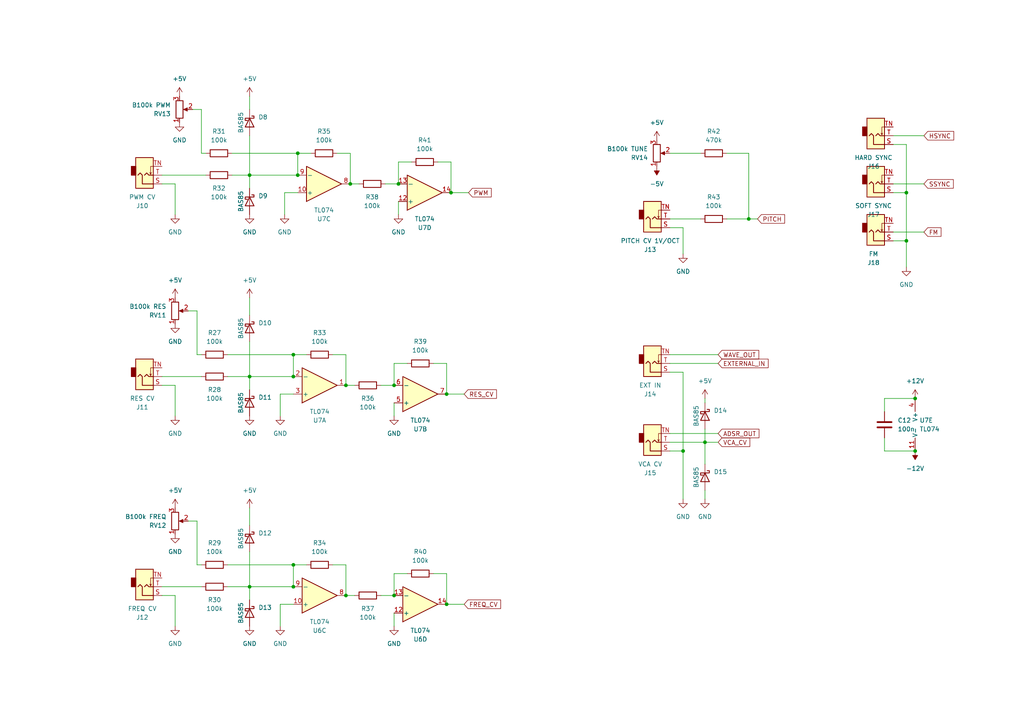
<source format=kicad_sch>
(kicad_sch (version 20211123) (generator eeschema)
  (paper "A4")
  (title_block (title "Polykit X1 Monosynth") (date "2022-09-05") (rev "v0.0.2") (company "Jan Knipper") (comment 1 "github.com/polykit"))
  (lib_symbols
    (symbol "Amplifier_Operational:TL074" (pin_names (offset 0.127))
      (property "Reference" "U" (at 0 5.08 0))
      (property "Value" "TL074" (at 0 -5.08 0))
      (symbol "TL074_1_1"
        (polyline (pts (xy -5.08 5.08) (xy 5.08 0) (xy -5.08 -5.08) (xy -5.08 5.08)) (stroke (width 0.254)) (fill (type background)))
        (pin output line (at 7.62 0 180) (length 2.54) (name "~") (number "1"))
        (pin input line (at -7.62 -2.54 0) (length 2.54) (name "-") (number "2"))
        (pin input line (at -7.62 2.54 0) (length 2.54) (name "+") (number "3"))
      )
      (symbol "TL074_2_1"
        (polyline (pts (xy -5.08 5.08) (xy 5.08 0) (xy -5.08 -5.08) (xy -5.08 5.08)) (stroke (width 0.254)) (fill (type background)))
        (pin input line (at -7.62 2.54 0) (length 2.54) (name "+") (number "5"))
        (pin input line (at -7.62 -2.54 0) (length 2.54) (name "-") (number "6"))
        (pin output line (at 7.62 0 180) (length 2.54) (name "~") (number "7"))
      )
      (symbol "TL074_3_1"
        (polyline (pts (xy -5.08 5.08) (xy 5.08 0) (xy -5.08 -5.08) (xy -5.08 5.08)) (stroke (width 0.254)) (fill (type background)))
        (pin input line (at -7.62 2.54 0) (length 2.54) (name "+") (number "10"))
        (pin output line (at 7.62 0 180) (length 2.54) (name "~") (number "8"))
        (pin input line (at -7.62 -2.54 0) (length 2.54) (name "-") (number "9"))
      )
      (symbol "TL074_4_1"
        (polyline (pts (xy -5.08 5.08) (xy 5.08 0) (xy -5.08 -5.08) (xy -5.08 5.08)) (stroke (width 0.254)) (fill (type background)))
        (pin input line (at -7.62 2.54 0) (length 2.54) (name "+") (number "12"))
        (pin input line (at -7.62 -2.54 0) (length 2.54) (name "-") (number "13"))
        (pin output line (at 7.62 0 180) (length 2.54) (name "~") (number "14"))
      )
      (symbol "TL074_5_1"
        (pin power_in line (at -2.54 -7.62 90) (length 3.81) (name "V-") (number "11"))
        (pin power_in line (at -2.54 7.62 270) (length 3.81) (name "V+") (number "4"))
      )
    )
    (symbol "Connector:AudioJack2_SwitchT"
      (property "Reference" "J" (at 0 8.89 0))
      (property "Value" "AudioJack2_SwitchT" (at 0 6.35 0))
      (symbol "AudioJack2_SwitchT_0_1"
        (rectangle (start -2.54 0) (end -3.81 -2.54) (stroke (width 0.254)) (fill (type outline)))
        (polyline (pts (xy 1.778 -0.254) (xy 2.032 -0.762)))
        (polyline (pts (xy 0 0) (xy 0.635 -0.635) (xy 1.27 0) (xy 2.54 0)) (stroke (width 0.254)))
        (polyline (pts (xy 2.54 -2.54) (xy 1.778 -2.54) (xy 1.778 -0.254) (xy 1.524 -0.762)))
        (polyline (pts (xy 2.54 2.54) (xy -0.635 2.54) (xy -0.635 0) (xy -1.27 -0.635) (xy -1.905 0)) (stroke (width 0.254)))
        (rectangle (start 2.54 3.81) (end -2.54 -5.08) (stroke (width 0.254)) (fill (type background)))
      )
      (symbol "AudioJack2_SwitchT_1_1"
        (pin passive line (at 5.08 2.54 180) (length 2.54) (name "~") (number "S"))
        (pin passive line (at 5.08 0 180) (length 2.54) (name "~") (number "T"))
        (pin passive line (at 5.08 -2.54 180) (length 2.54) (name "~") (number "TN"))
      )
    )
    (symbol "Device:C" (pin_numbers hide) (pin_names (offset 0.254))
      (property "Reference" "C" (at 0.635 2.54 0))
      (property "Value" "C" (at 0.635 -2.54 0))
      (symbol "C_0_1"
        (polyline (pts (xy -2.032 -0.762) (xy 2.032 -0.762)) (stroke (width 0.508)))
        (polyline (pts (xy -2.032 0.762) (xy 2.032 0.762)) (stroke (width 0.508)))
      )
      (symbol "C_1_1"
        (pin passive line (at 0 3.81 270) (length 2.794) (name "~") (number "1"))
        (pin passive line (at 0 -3.81 90) (length 2.794) (name "~") (number "2"))
      )
    )
    (symbol "Device:D_Schottky" (pin_numbers hide) (pin_names (offset 1.016) hide)
      (property "Reference" "D" (at 0 2.54 0))
      (property "Value" "D_Schottky" (at 0 -2.54 0))
      (symbol "D_Schottky_0_1"
        (polyline (pts (xy 1.27 0) (xy -1.27 0)))
        (polyline (pts (xy 1.27 1.27) (xy 1.27 -1.27) (xy -1.27 0) (xy 1.27 1.27)) (stroke (width 0.254)))
        (polyline (pts (xy -1.905 0.635) (xy -1.905 1.27) (xy -1.27 1.27) (xy -1.27 -1.27) (xy -0.635 -1.27) (xy -0.635 -0.635)) (stroke (width 0.254)))
      )
      (symbol "D_Schottky_1_1"
        (pin passive line (at -3.81 0 0) (length 2.54) (name "K") (number "1"))
        (pin passive line (at 3.81 0 180) (length 2.54) (name "A") (number "2"))
      )
    )
    (symbol "Device:R" (pin_numbers hide) (pin_names (offset 0))
      (property "Reference" "R" (at 2.032 0 90))
      (property "Value" "R" (at 0 0 90))
      (symbol "R_0_1"
        (rectangle (start -1.016 -2.54) (end 1.016 2.54) (stroke (width 0.254)))
      )
      (symbol "R_1_1"
        (pin passive line (at 0 3.81 270) (length 1.27) (name "~") (number "1"))
        (pin passive line (at 0 -3.81 90) (length 1.27) (name "~") (number "2"))
      )
    )
    (symbol "lfo-rescue:R_POT-Device" (pin_names (offset 1.016) hide)
      (property "Reference" "RV" (at -4.445 0 90))
      (property "Value" "R_POT-Device" (at -2.54 0 90))
      (symbol "R_POT-Device_0_1"
        (polyline (pts (xy 2.54 0) (xy 1.524 0)))
        (polyline (pts (xy 1.143 0) (xy 2.286 0.508) (xy 2.286 -0.508) (xy 1.143 0)) (fill (type outline)))
        (rectangle (start 1.016 2.54) (end -1.016 -2.54) (stroke (width 0.254)))
      )
      (symbol "R_POT-Device_1_1"
        (pin passive line (at 0 3.81 270) (length 1.27) (name "1") (number "1"))
        (pin passive line (at 3.81 0 180) (length 1.27) (name "2") (number "2"))
        (pin passive line (at 0 -3.81 90) (length 1.27) (name "3") (number "3"))
      )
    )
    (symbol "power:+12V" (power) (pin_names (offset 0))
      (property "Value" "+12V" (at 0 3.556 0))
      (symbol "+12V_0_1"
        (polyline (pts (xy -0.762 1.27) (xy 0 2.54)))
        (polyline (pts (xy 0 0) (xy 0 2.54)))
        (polyline (pts (xy 0 2.54) (xy 0.762 1.27)))
      )
      (symbol "+12V_1_1"
        (pin power_in line (at 0 0 90) (length 0) hide (name "+12V") (number "1"))
      )
    )
    (symbol "power:+5V" (power) (pin_names (offset 0))
      (property "Value" "+5V" (at 0 3.556 0))
      (symbol "+5V_0_1"
        (polyline (pts (xy -0.762 1.27) (xy 0 2.54)))
        (polyline (pts (xy 0 0) (xy 0 2.54)))
        (polyline (pts (xy 0 2.54) (xy 0.762 1.27)))
      )
      (symbol "+5V_1_1"
        (pin power_in line (at 0 0 90) (length 0) hide (name "+5V") (number "1"))
      )
    )
    (symbol "power:-12V" (power) (pin_names (offset 0))
      (property "Value" "-12V" (at 0 3.81 0))
      (symbol "-12V_0_0"
        (pin power_in line (at 0 0 90) (length 0) hide (name "-12V") (number "1"))
      )
      (symbol "-12V_0_1"
        (polyline (pts (xy 0 0) (xy 0 1.27) (xy 0.762 1.27) (xy 0 2.54) (xy -0.762 1.27) (xy 0 1.27)) (fill (type outline)))
      )
    )
    (symbol "power:-5V" (power) (pin_names (offset 0))
      (property "Value" "-5V" (at 0 3.81 0))
      (symbol "-5V_0_0"
        (pin power_in line (at 0 0 90) (length 0) hide (name "-5V") (number "1"))
      )
      (symbol "-5V_0_1"
        (polyline (pts (xy 0 0) (xy 0 1.27) (xy 0.762 1.27) (xy 0 2.54) (xy -0.762 1.27) (xy 0 1.27)) (fill (type outline)))
      )
    )
    (symbol "power:GND" (power) (pin_names (offset 0))
      (property "Value" "GND" (at 0 -3.81 0))
      (symbol "GND_0_1"
        (polyline (pts (xy 0 0) (xy 0 -1.27) (xy 1.27 -1.27) (xy 0 -2.54) (xy -1.27 -1.27) (xy 0 -1.27)))
      )
      (symbol "GND_1_1"
        (pin power_in line (at 0 0 270) (length 0) hide (name "GND") (number "1"))
      )
    )
  )
  (junction (at 72.39 109.22))
  (junction (at 204.47 128.27))
  (junction (at 85.09 109.22))
  (junction (at 217.17 63.5))
  (junction (at 129.54 114.3))
  (junction (at 85.09 102.87))
  (junction (at 86.36 44.45))
  (junction (at 265.43 130.81))
  (junction (at 115.57 53.34))
  (junction (at 86.36 50.8))
  (junction (at 265.43 115.57))
  (junction (at 262.89 55.88))
  (junction (at 100.33 172.72))
  (junction (at 130.81 55.88))
  (junction (at 262.89 69.85))
  (junction (at 85.09 163.83))
  (junction (at 114.3 172.72))
  (junction (at 198.12 130.81))
  (junction (at 101.6 53.34))
  (junction (at 129.54 175.26))
  (junction (at 114.3 111.76))
  (junction (at 85.09 170.18))
  (junction (at 72.39 170.18))
  (junction (at 100.33 111.76))
  (junction (at 72.39 50.8))
  (wire (pts (xy 115.57 46.99) (xy 115.57 53.34)))
  (wire (pts (xy 72.39 160.02) (xy 72.39 170.18)))
  (wire (pts (xy 46.99 53.34) (xy 50.8 53.34)))
  (wire (pts (xy 256.54 130.81) (xy 265.43 130.81)))
  (wire (pts (xy 115.57 58.42) (xy 115.57 62.23)))
  (wire (pts (xy 100.33 102.87) (xy 100.33 111.76)))
  (wire (pts (xy 85.09 102.87) (xy 85.09 109.22)))
  (wire (pts (xy 72.39 91.44) (xy 72.39 86.36)))
  (wire (pts (xy 72.39 54.61) (xy 72.39 50.8)))
  (wire (pts (xy 55.88 31.75) (xy 58.42 31.75)))
  (wire (pts (xy 208.28 125.73) (xy 194.31 125.73)))
  (wire (pts (xy 82.55 55.88) (xy 86.36 55.88)))
  (wire (pts (xy 265.43 115.57) (xy 256.54 115.57)))
  (wire (pts (xy 256.54 115.57) (xy 256.54 119.38)))
  (wire (pts (xy 110.49 111.76) (xy 114.3 111.76)))
  (wire (pts (xy 81.28 114.3) (xy 85.09 114.3)))
  (wire (pts (xy 72.39 170.18) (xy 85.09 170.18)))
  (wire (pts (xy 86.36 44.45) (xy 86.36 50.8)))
  (wire (pts (xy 118.11 166.37) (xy 114.3 166.37)))
  (wire (pts (xy 134.62 114.3) (xy 129.54 114.3)))
  (wire (pts (xy 46.99 50.8) (xy 59.69 50.8)))
  (wire (pts (xy 204.47 116.84) (xy 204.47 115.57)))
  (wire (pts (xy 101.6 44.45) (xy 101.6 53.34)))
  (wire (pts (xy 67.31 44.45) (xy 86.36 44.45)))
  (wire (pts (xy 129.54 166.37) (xy 129.54 175.26)))
  (wire (pts (xy 125.73 166.37) (xy 129.54 166.37)))
  (wire (pts (xy 194.31 63.5) (xy 203.2 63.5)))
  (wire (pts (xy 88.9 102.87) (xy 85.09 102.87)))
  (wire (pts (xy 57.15 163.83) (xy 58.42 163.83)))
  (wire (pts (xy 72.39 152.4) (xy 72.39 147.32)))
  (wire (pts (xy 72.39 50.8) (xy 86.36 50.8)))
  (wire (pts (xy 46.99 170.18) (xy 58.42 170.18)))
  (wire (pts (xy 101.6 53.34) (xy 104.14 53.34)))
  (wire (pts (xy 57.15 151.13) (xy 57.15 163.83)))
  (wire (pts (xy 125.73 105.41) (xy 129.54 105.41)))
  (wire (pts (xy 259.08 53.34) (xy 267.97 53.34)))
  (wire (pts (xy 50.8 111.76) (xy 50.8 120.65)))
  (wire (pts (xy 58.42 44.45) (xy 59.69 44.45)))
  (wire (pts (xy 127 46.99) (xy 130.81 46.99)))
  (wire (pts (xy 262.89 69.85) (xy 262.89 77.47)))
  (wire (pts (xy 194.31 107.95) (xy 198.12 107.95)))
  (wire (pts (xy 130.81 46.99) (xy 130.81 55.88)))
  (wire (pts (xy 118.11 105.41) (xy 114.3 105.41)))
  (wire (pts (xy 114.3 166.37) (xy 114.3 172.72)))
  (wire (pts (xy 72.39 113.03) (xy 72.39 109.22)))
  (wire (pts (xy 82.55 55.88) (xy 82.55 62.23)))
  (wire (pts (xy 114.3 177.8) (xy 114.3 181.61)))
  (wire (pts (xy 72.39 31.75) (xy 72.39 27.94)))
  (wire (pts (xy 198.12 107.95) (xy 198.12 130.81)))
  (wire (pts (xy 259.08 69.85) (xy 262.89 69.85)))
  (wire (pts (xy 50.8 53.34) (xy 50.8 62.23)))
  (wire (pts (xy 194.31 128.27) (xy 204.47 128.27)))
  (wire (pts (xy 58.42 31.75) (xy 58.42 44.45)))
  (wire (pts (xy 259.08 41.91) (xy 262.89 41.91)))
  (wire (pts (xy 54.61 90.17) (xy 57.15 90.17)))
  (wire (pts (xy 194.31 66.04) (xy 198.12 66.04)))
  (wire (pts (xy 54.61 151.13) (xy 57.15 151.13)))
  (wire (pts (xy 57.15 102.87) (xy 58.42 102.87)))
  (wire (pts (xy 194.31 44.45) (xy 203.2 44.45)))
  (wire (pts (xy 96.52 102.87) (xy 100.33 102.87)))
  (wire (pts (xy 114.3 105.41) (xy 114.3 111.76)))
  (wire (pts (xy 81.28 175.26) (xy 81.28 181.61)))
  (wire (pts (xy 119.38 46.99) (xy 115.57 46.99)))
  (wire (pts (xy 198.12 66.04) (xy 198.12 73.66)))
  (wire (pts (xy 129.54 105.41) (xy 129.54 114.3)))
  (wire (pts (xy 66.04 163.83) (xy 85.09 163.83)))
  (wire (pts (xy 100.33 172.72) (xy 102.87 172.72)))
  (wire (pts (xy 46.99 109.22) (xy 58.42 109.22)))
  (wire (pts (xy 97.79 44.45) (xy 101.6 44.45)))
  (wire (pts (xy 134.62 175.26) (xy 129.54 175.26)))
  (wire (pts (xy 50.8 172.72) (xy 50.8 181.61)))
  (wire (pts (xy 66.04 102.87) (xy 85.09 102.87)))
  (wire (pts (xy 72.39 39.37) (xy 72.39 50.8)))
  (wire (pts (xy 72.39 173.99) (xy 72.39 170.18)))
  (wire (pts (xy 46.99 172.72) (xy 50.8 172.72)))
  (wire (pts (xy 194.31 130.81) (xy 198.12 130.81)))
  (wire (pts (xy 204.47 128.27) (xy 204.47 134.62)))
  (wire (pts (xy 262.89 55.88) (xy 262.89 69.85)))
  (wire (pts (xy 262.89 41.91) (xy 262.89 55.88)))
  (wire (pts (xy 66.04 109.22) (xy 72.39 109.22)))
  (wire (pts (xy 85.09 163.83) (xy 85.09 170.18)))
  (wire (pts (xy 259.08 67.31) (xy 267.97 67.31)))
  (wire (pts (xy 208.28 128.27) (xy 204.47 128.27)))
  (wire (pts (xy 66.04 170.18) (xy 72.39 170.18)))
  (wire (pts (xy 208.28 102.87) (xy 194.31 102.87)))
  (wire (pts (xy 88.9 163.83) (xy 85.09 163.83)))
  (wire (pts (xy 210.82 63.5) (xy 217.17 63.5)))
  (wire (pts (xy 81.28 114.3) (xy 81.28 120.65)))
  (wire (pts (xy 256.54 127) (xy 256.54 130.81)))
  (wire (pts (xy 72.39 109.22) (xy 85.09 109.22)))
  (wire (pts (xy 46.99 111.76) (xy 50.8 111.76)))
  (wire (pts (xy 111.76 53.34) (xy 115.57 53.34)))
  (wire (pts (xy 204.47 124.46) (xy 204.47 128.27)))
  (wire (pts (xy 259.08 39.37) (xy 267.97 39.37)))
  (wire (pts (xy 96.52 163.83) (xy 100.33 163.83)))
  (wire (pts (xy 57.15 90.17) (xy 57.15 102.87)))
  (wire (pts (xy 217.17 44.45) (xy 217.17 63.5)))
  (wire (pts (xy 217.17 63.5) (xy 219.71 63.5)))
  (wire (pts (xy 110.49 172.72) (xy 114.3 172.72)))
  (wire (pts (xy 72.39 99.06) (xy 72.39 109.22)))
  (wire (pts (xy 81.28 175.26) (xy 85.09 175.26)))
  (wire (pts (xy 100.33 111.76) (xy 102.87 111.76)))
  (wire (pts (xy 90.17 44.45) (xy 86.36 44.45)))
  (wire (pts (xy 135.89 55.88) (xy 130.81 55.88)))
  (wire (pts (xy 198.12 130.81) (xy 198.12 144.78)))
  (wire (pts (xy 210.82 44.45) (xy 217.17 44.45)))
  (wire (pts (xy 67.31 50.8) (xy 72.39 50.8)))
  (wire (pts (xy 194.31 105.41) (xy 208.28 105.41)))
  (wire (pts (xy 100.33 163.83) (xy 100.33 172.72)))
  (wire (pts (xy 204.47 144.78) (xy 204.47 142.24)))
  (wire (pts (xy 114.3 116.84) (xy 114.3 120.65)))
  (wire (pts (xy 259.08 55.88) (xy 262.89 55.88)))
  (global_label "FM" (shape input) (at 267.97 67.31 0) (property "Intersheet References" "${INTERSHEET_REFS}" (effects hide)))
  (global_label "ADSR_OUT" (shape input) (at 208.28 125.73 0) (property "Intersheet References" "${INTERSHEET_REFS}" (effects hide)))
  (global_label "PITCH" (shape input) (at 219.71 63.5 0) (property "Intersheet References" "${INTERSHEET_REFS}" (effects hide)))
  (global_label "FREQ_CV" (shape input) (at 134.62 175.26 0) (property "Intersheet References" "${INTERSHEET_REFS}" (effects hide)))
  (global_label "PWM" (shape input) (at 135.89 55.88 0) (property "Intersheet References" "${INTERSHEET_REFS}" (effects hide)))
  (global_label "WAVE_OUT" (shape input) (at 208.28 102.87 0) (property "Intersheet References" "${INTERSHEET_REFS}" (effects hide)))
  (global_label "RES_CV" (shape input) (at 134.62 114.3 0) (property "Intersheet References" "${INTERSHEET_REFS}" (effects hide)))
  (global_label "HSYNC" (shape input) (at 267.97 39.37 0) (property "Intersheet References" "${INTERSHEET_REFS}" (effects hide)))
  (global_label "SSYNC" (shape input) (at 267.97 53.34 0) (property "Intersheet References" "${INTERSHEET_REFS}" (effects hide)))
  (global_label "EXTERNAL_IN" (shape input) (at 208.28 105.41 0) (property "Intersheet References" "${INTERSHEET_REFS}" (effects hide)))
  (global_label "VCA_CV" (shape input) (at 208.28 128.27 0) (property "Intersheet References" "${INTERSHEET_REFS}" (effects hide)))
  (symbol (lib_id "Device:R") (at 207.01 44.45 90) (unit 1)
    (property "Reference" "R42" (at 207.01 38.1 90))
    (property "Value" "470k" (at 207.01 40.64 90))
    (property "Footprint" "Resistor_SMD:R_1206_3216Metric_Pad1.30x1.75mm_HandSolder" (effects hide))
    (property "LCSC" "C25663" (effects hide))
  )
  (symbol (lib_id "power:-12V") (at 265.43 130.81 180) (unit 1)
    (property "Reference" "#PWR083" (effects hide))
    (property "Value" "-12V" (at 265.43 135.89 0))
  )
  (symbol (lib_id "power:GND") (at 114.3 181.61 0) (unit 1)
    (property "Reference" "#PWR073" (effects hide))
    (property "Value" "GND" (at 114.3 186.69 0))
  )
  (symbol (lib_id "Amplifier_Operational:TL074") (at 92.71 172.72 0) (mirror x) (unit 3)
    (property "Reference" "U6" (at 92.71 182.88 0))
    (property "Value" "TL074" (at 92.71 180.34 0))
    (property "Footprint" "Package_SO:SO-14_3.9x8.65mm_P1.27mm" (effects hide))
    (property "Datasheet" "http://www.ti.com/lit/ds/symlink/tl071.pdf" (effects hide))
    (property "LCSC" "C6963" (effects hide))
  )
  (symbol (lib_id "power:+5V") (at 52.07 27.94 0) (unit 1)
    (property "Reference" "#PWR061" (effects hide))
    (property "Value" "+5V" (at 52.07 22.86 0))
  )
  (symbol (lib_id "Connector:AudioJack2_SwitchT") (at 41.91 109.22 0) (mirror x) (unit 1)
    (property "Reference" "J11" (at 41.275 118.11 0))
    (property "Value" "RES CV" (at 41.275 115.57 0))
    (property "Footprint" "Connector_Audio:Jack_3.5mm_QingPu_WQP-PJ398SM_Vertical_CircularHoles" (effects hide))
  )
  (symbol (lib_id "Device:R") (at 207.01 63.5 90) (unit 1)
    (property "Reference" "R43" (at 207.01 57.15 90))
    (property "Value" "100k" (at 207.01 59.69 90))
    (property "Footprint" "Resistor_SMD:R_1206_3216Metric_Pad1.30x1.75mm_HandSolder" (effects hide))
    (property "LCSC" "C17900" (effects hide))
  )
  (symbol (lib_id "Device:D_Schottky") (at 204.47 120.65 270) (unit 1)
    (property "Reference" "D14" (at 207.01 119.0624 90) (effects (justify left)))
    (property "Value" "BAS85" (at 201.93 120.65 0))
    (property "Footprint" "Diode_SMD:D_MiniMELF" (effects hide))
    (property "LCSC" "C46677" (effects hide))
  )
  (symbol (lib_id "power:+5V") (at 204.47 115.57 0) (unit 1)
    (property "Reference" "#PWR079" (effects hide))
    (property "Value" "+5V" (at 204.47 110.49 0))
  )
  (symbol (lib_id "Connector:AudioJack2_SwitchT") (at 41.91 170.18 0) (mirror x) (unit 1)
    (property "Reference" "J12" (at 41.275 179.07 0))
    (property "Value" "FREQ CV" (at 41.275 176.53 0))
    (property "Footprint" "Connector_Audio:Jack_3.5mm_QingPu_WQP-PJ398SM_Vertical_CircularHoles" (effects hide))
  )
  (symbol (lib_id "Device:D_Schottky") (at 72.39 116.84 270) (unit 1)
    (property "Reference" "D11" (at 74.93 115.2524 90) (effects (justify left)))
    (property "Value" "BAS85" (at 69.85 116.84 0))
    (property "Footprint" "Diode_SMD:D_MiniMELF" (effects hide))
    (property "LCSC" "C46677" (effects hide))
  )
  (symbol (lib_id "Device:R") (at 121.92 166.37 90) (unit 1)
    (property "Reference" "R40" (at 121.92 160.02 90))
    (property "Value" "100k" (at 121.92 162.56 90))
    (property "Footprint" "Resistor_SMD:R_1206_3216Metric_Pad1.30x1.75mm_HandSolder" (effects hide))
    (property "LCSC" "C17900" (effects hide))
  )
  (symbol (lib_id "Amplifier_Operational:TL074") (at 123.19 55.88 0) (mirror x) (unit 4)
    (property "Reference" "U7" (at 123.19 66.04 0))
    (property "Value" "TL074" (at 123.19 63.5 0))
    (property "Footprint" "Package_SO:SO-14_3.9x8.65mm_P1.27mm" (effects hide))
    (property "Datasheet" "http://www.ti.com/lit/ds/symlink/tl071.pdf" (effects hide))
    (property "LCSC" "C6963" (effects hide))
  )
  (symbol (lib_id "power:GND") (at 50.8 93.98 0) (unit 1)
    (property "Reference" "#PWR056" (effects hide))
    (property "Value" "GND" (at 50.8 99.06 0))
  )
  (symbol (lib_id "Amplifier_Operational:TL074") (at 121.92 114.3 0) (mirror x) (unit 2)
    (property "Reference" "U7" (at 121.92 124.46 0))
    (property "Value" "TL074" (at 121.92 121.92 0))
    (property "Footprint" "Package_SO:SO-14_3.9x8.65mm_P1.27mm" (effects hide))
    (property "Datasheet" "http://www.ti.com/lit/ds/symlink/tl071.pdf" (effects hide))
    (property "LCSC" "C6963" (effects hide))
  )
  (symbol (lib_id "Connector:AudioJack2_SwitchT") (at 254 39.37 0) (mirror x) (unit 1)
    (property "Reference" "J16" (at 253.365 48.26 0))
    (property "Value" "HARD SYNC" (at 253.365 45.72 0))
    (property "Footprint" "Connector_Audio:Jack_3.5mm_QingPu_WQP-PJ398SM_Vertical_CircularHoles" (effects hide))
  )
  (symbol (lib_id "Device:R") (at 107.95 53.34 90) (unit 1)
    (property "Reference" "R38" (at 107.95 57.15 90))
    (property "Value" "100k" (at 107.95 59.69 90))
    (property "Footprint" "Resistor_SMD:R_1206_3216Metric_Pad1.30x1.75mm_HandSolder" (effects hide))
    (property "LCSC" "C17900" (effects hide))
  )
  (symbol (lib_id "power:GND") (at 198.12 73.66 0) (unit 1)
    (property "Reference" "#PWR077" (effects hide))
    (property "Value" "GND" (at 198.12 78.74 0))
  )
  (symbol (lib_id "power:+5V") (at 72.39 147.32 0) (unit 1)
    (property "Reference" "#PWR067" (effects hide))
    (property "Value" "+5V" (at 72.39 142.24 0))
  )
  (symbol (lib_id "lfo-rescue:R_POT-Device") (at 52.07 31.75 0) (mirror x) (unit 1)
    (property "Reference" "RV13" (at 49.53 33.0201 0) (effects (justify right)))
    (property "Value" "B100k PWM" (at 49.53 30.4801 0) (effects (justify right)))
    (property "Footprint" "Potentiometer_THT:Potentiometer_Alpha_RD901F-40-00D_Single_Vertical_CircularHoles" (effects hide))
  )
  (symbol (lib_id "Device:R") (at 93.98 44.45 90) (unit 1)
    (property "Reference" "R35" (at 93.98 38.1 90))
    (property "Value" "100k" (at 93.98 40.64 90))
    (property "Footprint" "Resistor_SMD:R_1206_3216Metric_Pad1.30x1.75mm_HandSolder" (effects hide))
    (property "LCSC" "C17900" (effects hide))
  )
  (symbol (lib_id "power:-5V") (at 190.5 48.26 180) (unit 1)
    (property "Reference" "#PWR076" (effects hide))
    (property "Value" "-5V" (at 190.5 53.34 0))
  )
  (symbol (lib_id "Device:R") (at 62.23 102.87 90) (unit 1)
    (property "Reference" "R27" (at 62.23 96.52 90))
    (property "Value" "100k" (at 62.23 99.06 90))
    (property "Footprint" "Resistor_SMD:R_1206_3216Metric_Pad1.30x1.75mm_HandSolder" (effects hide))
    (property "LCSC" "C17900" (effects hide))
  )
  (symbol (lib_id "Connector:AudioJack2_SwitchT") (at 254 53.34 0) (mirror x) (unit 1)
    (property "Reference" "J17" (at 253.365 62.23 0))
    (property "Value" "SOFT SYNC" (at 253.365 59.69 0))
    (property "Footprint" "Connector_Audio:Jack_3.5mm_QingPu_WQP-PJ398SM_Vertical_CircularHoles" (effects hide))
  )
  (symbol (lib_id "Device:D_Schottky") (at 72.39 35.56 270) (unit 1)
    (property "Reference" "D8" (at 74.93 33.9724 90) (effects (justify left)))
    (property "Value" "BAS85" (at 69.85 35.56 0))
    (property "Footprint" "Diode_SMD:D_MiniMELF" (effects hide))
    (property "LCSC" "C46677" (effects hide))
  )
  (symbol (lib_id "Device:R") (at 121.92 105.41 90) (unit 1)
    (property "Reference" "R39" (at 121.92 99.06 90))
    (property "Value" "100k" (at 121.92 101.6 90))
    (property "Footprint" "Resistor_SMD:R_1206_3216Metric_Pad1.30x1.75mm_HandSolder" (effects hide))
    (property "LCSC" "C17900" (effects hide))
  )
  (symbol (lib_id "Device:D_Schottky") (at 72.39 177.8 270) (unit 1)
    (property "Reference" "D13" (at 74.93 176.2124 90) (effects (justify left)))
    (property "Value" "BAS85" (at 69.85 177.8 0))
    (property "Footprint" "Diode_SMD:D_MiniMELF" (effects hide))
    (property "LCSC" "C46677" (effects hide))
  )
  (symbol (lib_id "Device:R") (at 123.19 46.99 90) (unit 1)
    (property "Reference" "R41" (at 123.19 40.64 90))
    (property "Value" "100k" (at 123.19 43.18 90))
    (property "Footprint" "Resistor_SMD:R_1206_3216Metric_Pad1.30x1.75mm_HandSolder" (effects hide))
    (property "LCSC" "C17900" (effects hide))
  )
  (symbol (lib_id "Device:R") (at 62.23 109.22 90) (unit 1)
    (property "Reference" "R28" (at 62.23 113.03 90))
    (property "Value" "100k" (at 62.23 115.57 90))
    (property "Footprint" "Resistor_SMD:R_1206_3216Metric_Pad1.30x1.75mm_HandSolder" (effects hide))
    (property "LCSC" "C17900" (effects hide))
  )
  (symbol (lib_id "Connector:AudioJack2_SwitchT") (at 41.91 50.8 0) (mirror x) (unit 1)
    (property "Reference" "J10" (at 41.275 59.69 0))
    (property "Value" "PWM CV" (at 41.275 57.15 0))
    (property "Footprint" "Connector_Audio:Jack_3.5mm_QingPu_WQP-PJ398SM_Vertical_CircularHoles" (effects hide))
  )
  (symbol (lib_id "Device:D_Schottky") (at 72.39 58.42 270) (unit 1)
    (property "Reference" "D9" (at 74.93 56.8324 90) (effects (justify left)))
    (property "Value" "BAS85" (at 69.85 58.42 0))
    (property "Footprint" "Diode_SMD:D_MiniMELF" (effects hide))
    (property "LCSC" "C46677" (effects hide))
  )
  (symbol (lib_id "power:+5V") (at 72.39 27.94 0) (unit 1)
    (property "Reference" "#PWR063" (effects hide))
    (property "Value" "+5V" (at 72.39 22.86 0))
  )
  (symbol (lib_id "power:GND") (at 114.3 120.65 0) (unit 1)
    (property "Reference" "#PWR072" (effects hide))
    (property "Value" "GND" (at 114.3 125.73 0))
  )
  (symbol (lib_id "power:GND") (at 50.8 120.65 0) (unit 1)
    (property "Reference" "#PWR057" (effects hide))
    (property "Value" "GND" (at 50.8 125.73 0))
  )
  (symbol (lib_id "lfo-rescue:R_POT-Device") (at 50.8 90.17 0) (mirror x) (unit 1)
    (property "Reference" "RV11" (at 48.26 91.4401 0) (effects (justify right)))
    (property "Value" "B100k RES" (at 48.26 88.9001 0) (effects (justify right)))
    (property "Footprint" "Potentiometer_THT:Potentiometer_Alpha_RD901F-40-00D_Single_Vertical_CircularHoles" (effects hide))
  )
  (symbol (lib_id "power:+5V") (at 72.39 86.36 0) (unit 1)
    (property "Reference" "#PWR065" (effects hide))
    (property "Value" "+5V" (at 72.39 81.28 0))
  )
  (symbol (lib_id "Device:R") (at 63.5 50.8 90) (unit 1)
    (property "Reference" "R32" (at 63.5 54.61 90))
    (property "Value" "100k" (at 63.5 57.15 90))
    (property "Footprint" "Resistor_SMD:R_1206_3216Metric_Pad1.30x1.75mm_HandSolder" (effects hide))
    (property "LCSC" "C17900" (effects hide))
  )
  (symbol (lib_id "Connector:AudioJack2_SwitchT") (at 189.23 63.5 0) (mirror x) (unit 1)
    (property "Reference" "J13" (at 188.595 72.39 0))
    (property "Value" "PITCH CV 1V/OCT" (at 188.595 69.85 0))
    (property "Footprint" "Connector_Audio:Jack_3.5mm_QingPu_WQP-PJ398SM_Vertical_CircularHoles" (effects hide))
  )
  (symbol (lib_id "lfo-rescue:R_POT-Device") (at 190.5 44.45 0) (mirror x) (unit 1)
    (property "Reference" "RV14" (at 187.96 45.7201 0) (effects (justify right)))
    (property "Value" "B100k TUNE" (at 187.96 43.1801 0) (effects (justify right)))
    (property "Footprint" "Potentiometer_THT:Potentiometer_Alpha_RD901F-40-00D_Single_Vertical_CircularHoles" (effects hide))
  )
  (symbol (lib_id "Device:R") (at 106.68 111.76 90) (unit 1)
    (property "Reference" "R36" (at 106.68 115.57 90))
    (property "Value" "100k" (at 106.68 118.11 90))
    (property "Footprint" "Resistor_SMD:R_1206_3216Metric_Pad1.30x1.75mm_HandSolder" (effects hide))
    (property "LCSC" "C17900" (effects hide))
  )
  (symbol (lib_id "Amplifier_Operational:TL074") (at 267.97 123.19 0) (unit 5)
    (property "Reference" "U7" (at 266.7 121.9199 0) (effects (justify left)))
    (property "Value" "TL074" (at 266.7 124.4599 0) (effects (justify left)))
    (property "Footprint" "Package_SO:SO-14_3.9x8.65mm_P1.27mm" (effects hide))
    (property "Datasheet" "http://www.ti.com/lit/ds/symlink/tl071.pdf" (effects hide))
    (property "LCSC" "C6963" (effects hide))
  )
  (symbol (lib_id "power:GND") (at 50.8 154.94 0) (unit 1)
    (property "Reference" "#PWR059" (effects hide))
    (property "Value" "GND" (at 50.8 160.02 0))
  )
  (symbol (lib_id "power:+12V") (at 265.43 115.57 0) (unit 1)
    (property "Reference" "#PWR082" (effects hide))
    (property "Value" "+12V" (at 265.43 110.49 0))
  )
  (symbol (lib_id "power:GND") (at 72.39 181.61 0) (unit 1)
    (property "Reference" "#PWR068" (effects hide))
    (property "Value" "GND" (at 72.39 186.69 0))
  )
  (symbol (lib_id "Device:R") (at 62.23 163.83 90) (unit 1)
    (property "Reference" "R29" (at 62.23 157.48 90))
    (property "Value" "100k" (at 62.23 160.02 90))
    (property "Footprint" "Resistor_SMD:R_1206_3216Metric_Pad1.30x1.75mm_HandSolder" (effects hide))
    (property "LCSC" "C17900" (effects hide))
  )
  (symbol (lib_id "Device:D_Schottky") (at 72.39 156.21 270) (unit 1)
    (property "Reference" "D12" (at 74.93 154.6224 90) (effects (justify left)))
    (property "Value" "BAS85" (at 69.85 156.21 0))
    (property "Footprint" "Diode_SMD:D_MiniMELF" (effects hide))
    (property "LCSC" "C46677" (effects hide))
  )
  (symbol (lib_id "Amplifier_Operational:TL074") (at 92.71 111.76 0) (mirror x) (unit 1)
    (property "Reference" "U7" (at 92.71 121.92 0))
    (property "Value" "TL074" (at 92.71 119.38 0))
    (property "Footprint" "Package_SO:SO-14_3.9x8.65mm_P1.27mm" (effects hide))
    (property "Datasheet" "http://www.ti.com/lit/ds/symlink/tl071.pdf" (effects hide))
    (property "LCSC" "C6963" (effects hide))
  )
  (symbol (lib_id "power:+5V") (at 50.8 147.32 0) (unit 1)
    (property "Reference" "#PWR058" (effects hide))
    (property "Value" "+5V" (at 50.8 142.24 0))
  )
  (symbol (lib_id "Device:D_Schottky") (at 72.39 95.25 270) (unit 1)
    (property "Reference" "D10" (at 74.93 93.6624 90) (effects (justify left)))
    (property "Value" "BAS85" (at 69.85 95.25 0))
    (property "Footprint" "Diode_SMD:D_MiniMELF" (effects hide))
    (property "LCSC" "C46677" (effects hide))
  )
  (symbol (lib_id "power:GND") (at 50.8 181.61 0) (unit 1)
    (property "Reference" "#PWR060" (effects hide))
    (property "Value" "GND" (at 50.8 186.69 0))
  )
  (symbol (lib_id "Device:R") (at 92.71 102.87 90) (unit 1)
    (property "Reference" "R33" (at 92.71 96.52 90))
    (property "Value" "100k" (at 92.71 99.06 90))
    (property "Footprint" "Resistor_SMD:R_1206_3216Metric_Pad1.30x1.75mm_HandSolder" (effects hide))
    (property "LCSC" "C17900" (effects hide))
  )
  (symbol (lib_id "Device:R") (at 92.71 163.83 90) (unit 1)
    (property "Reference" "R34" (at 92.71 157.48 90))
    (property "Value" "100k" (at 92.71 160.02 90))
    (property "Footprint" "Resistor_SMD:R_1206_3216Metric_Pad1.30x1.75mm_HandSolder" (effects hide))
    (property "LCSC" "C17900" (effects hide))
  )
  (symbol (lib_id "Connector:AudioJack2_SwitchT") (at 189.23 105.41 0) (mirror x) (unit 1)
    (property "Reference" "J14" (at 188.595 114.3 0))
    (property "Value" "EXT IN" (at 188.595 111.76 0))
    (property "Footprint" "Connector_Audio:Jack_3.5mm_QingPu_WQP-PJ398SM_Vertical_CircularHoles" (effects hide))
  )
  (symbol (lib_id "power:GND") (at 50.8 62.23 0) (unit 1)
    (property "Reference" "#PWR054" (effects hide))
    (property "Value" "GND" (at 50.8 67.31 0))
  )
  (symbol (lib_id "Device:R") (at 62.23 170.18 90) (unit 1)
    (property "Reference" "R30" (at 62.23 173.99 90))
    (property "Value" "100k" (at 62.23 176.53 90))
    (property "Footprint" "Resistor_SMD:R_1206_3216Metric_Pad1.30x1.75mm_HandSolder" (effects hide))
    (property "LCSC" "C17900" (effects hide))
  )
  (symbol (lib_id "power:+5V") (at 50.8 86.36 0) (unit 1)
    (property "Reference" "#PWR055" (effects hide))
    (property "Value" "+5V" (at 50.8 81.28 0))
  )
  (symbol (lib_id "power:GND") (at 115.57 62.23 0) (unit 1)
    (property "Reference" "#PWR074" (effects hide))
    (property "Value" "GND" (at 115.57 67.31 0))
  )
  (symbol (lib_id "lfo-rescue:R_POT-Device") (at 50.8 151.13 0) (mirror x) (unit 1)
    (property "Reference" "RV12" (at 48.26 152.4001 0) (effects (justify right)))
    (property "Value" "B100k FREQ" (at 48.26 149.8601 0) (effects (justify right)))
    (property "Footprint" "Potentiometer_THT:Potentiometer_Alpha_RD901F-40-00D_Single_Vertical_CircularHoles" (effects hide))
  )
  (symbol (lib_id "power:GND") (at 262.89 77.47 0) (unit 1)
    (property "Reference" "#PWR081" (effects hide))
    (property "Value" "GND" (at 262.89 82.55 0))
  )
  (symbol (lib_id "power:GND") (at 204.47 144.78 0) (unit 1)
    (property "Reference" "#PWR080" (effects hide))
    (property "Value" "GND" (at 204.47 149.86 0))
  )
  (symbol (lib_id "power:GND") (at 72.39 62.23 0) (unit 1)
    (property "Reference" "#PWR064" (effects hide))
    (property "Value" "GND" (at 72.39 67.31 0))
  )
  (symbol (lib_id "Amplifier_Operational:TL074") (at 93.98 53.34 0) (mirror x) (unit 3)
    (property "Reference" "U7" (at 93.98 63.5 0))
    (property "Value" "TL074" (at 93.98 60.96 0))
    (property "Footprint" "Package_SO:SO-14_3.9x8.65mm_P1.27mm" (effects hide))
    (property "Datasheet" "http://www.ti.com/lit/ds/symlink/tl071.pdf" (effects hide))
    (property "LCSC" "C6963" (effects hide))
  )
  (symbol (lib_id "power:GND") (at 72.39 120.65 0) (unit 1)
    (property "Reference" "#PWR066" (effects hide))
    (property "Value" "GND" (at 72.39 125.73 0))
  )
  (symbol (lib_id "Device:R") (at 63.5 44.45 90) (unit 1)
    (property "Reference" "R31" (at 63.5 38.1 90))
    (property "Value" "100k" (at 63.5 40.64 90))
    (property "Footprint" "Resistor_SMD:R_1206_3216Metric_Pad1.30x1.75mm_HandSolder" (effects hide))
    (property "LCSC" "C17900" (effects hide))
  )
  (symbol (lib_id "power:GND") (at 198.12 144.78 0) (unit 1)
    (property "Reference" "#PWR078" (effects hide))
    (property "Value" "GND" (at 198.12 149.86 0))
  )
  (symbol (lib_id "power:GND") (at 52.07 35.56 0) (unit 1)
    (property "Reference" "#PWR062" (effects hide))
    (property "Value" "GND" (at 52.07 40.64 0))
  )
  (symbol (lib_id "Amplifier_Operational:TL074") (at 121.92 175.26 0) (mirror x) (unit 4)
    (property "Reference" "U6" (at 121.92 185.42 0))
    (property "Value" "TL074" (at 121.92 182.88 0))
    (property "Footprint" "Package_SO:SO-14_3.9x8.65mm_P1.27mm" (effects hide))
    (property "Datasheet" "http://www.ti.com/lit/ds/symlink/tl071.pdf" (effects hide))
    (property "LCSC" "C6963" (effects hide))
  )
  (symbol (lib_id "power:GND") (at 82.55 62.23 0) (unit 1)
    (property "Reference" "#PWR071" (effects hide))
    (property "Value" "GND" (at 82.55 67.31 0))
  )
  (symbol (lib_id "power:+5V") (at 190.5 40.64 0) (unit 1)
    (property "Reference" "#PWR075" (effects hide))
    (property "Value" "+5V" (at 190.5 35.56 0))
  )
  (symbol (lib_id "power:GND") (at 81.28 181.61 0) (unit 1)
    (property "Reference" "#PWR070" (effects hide))
    (property "Value" "GND" (at 81.28 186.69 0))
  )
  (symbol (lib_id "power:GND") (at 81.28 120.65 0) (unit 1)
    (property "Reference" "#PWR069" (effects hide))
    (property "Value" "GND" (at 81.28 125.73 0))
  )
  (symbol (lib_id "Device:D_Schottky") (at 204.47 138.43 270) (unit 1)
    (property "Reference" "D15" (at 207.01 136.8424 90) (effects (justify left)))
    (property "Value" "BAS85" (at 201.93 138.43 0))
    (property "Footprint" "Diode_SMD:D_MiniMELF" (effects hide))
    (property "LCSC" "C46677" (effects hide))
  )
  (symbol (lib_id "Connector:AudioJack2_SwitchT") (at 189.23 128.27 0) (mirror x) (unit 1)
    (property "Reference" "J15" (at 188.595 137.16 0))
    (property "Value" "VCA CV" (at 188.595 134.62 0))
    (property "Footprint" "Connector_Audio:Jack_3.5mm_QingPu_WQP-PJ398SM_Vertical_CircularHoles" (effects hide))
  )
  (symbol (lib_id "Device:R") (at 106.68 172.72 90) (unit 1)
    (property "Reference" "R37" (at 106.68 176.53 90))
    (property "Value" "100k" (at 106.68 179.07 90))
    (property "Footprint" "Resistor_SMD:R_1206_3216Metric_Pad1.30x1.75mm_HandSolder" (effects hide))
    (property "LCSC" "C17900" (effects hide))
  )
  (symbol (lib_id "Connector:AudioJack2_SwitchT") (at 254 67.31 0) (mirror x) (unit 1)
    (property "Reference" "J18" (at 253.365 76.2 0))
    (property "Value" "FM" (at 253.365 73.66 0))
    (property "Footprint" "Connector_Audio:Jack_3.5mm_QingPu_WQP-PJ398SM_Vertical_CircularHoles" (effects hide))
  )
  (symbol (lib_id "Device:C") (at 256.54 123.19 0) (unit 1)
    (property "Reference" "C12" (at 260.35 121.9199 0) (effects (justify left)))
    (property "Value" "100n" (at 260.35 124.4599 0) (effects (justify left)))
    (property "Footprint" "Capacitor_SMD:C_1206_3216Metric_Pad1.33x1.80mm_HandSolder" (effects hide))
    (property "LCSC" "C24497" (effects hide))
  )
)
</source>
